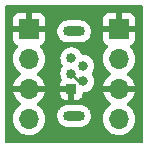
<source format=gbr>
%TF.GenerationSoftware,KiCad,Pcbnew,(6.0.1)*%
%TF.CreationDate,2022-03-20T21:24:39-04:00*%
%TF.ProjectId,jwrr3-usb-5v,6a777272-332d-4757-9362-2d35762e6b69,rev?*%
%TF.SameCoordinates,Original*%
%TF.FileFunction,Copper,L1,Top*%
%TF.FilePolarity,Positive*%
%FSLAX46Y46*%
G04 Gerber Fmt 4.6, Leading zero omitted, Abs format (unit mm)*
G04 Created by KiCad (PCBNEW (6.0.1)) date 2022-03-20 21:24:39*
%MOMM*%
%LPD*%
G01*
G04 APERTURE LIST*
%TA.AperFunction,ComponentPad*%
%ADD10R,0.840000X0.840000*%
%TD*%
%TA.AperFunction,ComponentPad*%
%ADD11C,0.840000*%
%TD*%
%TA.AperFunction,ComponentPad*%
%ADD12O,1.850000X0.850000*%
%TD*%
%TA.AperFunction,ComponentPad*%
%ADD13R,1.700000X1.700000*%
%TD*%
%TA.AperFunction,ComponentPad*%
%ADD14O,1.700000X1.700000*%
%TD*%
%TA.AperFunction,Conductor*%
%ADD15C,0.250000*%
%TD*%
G04 APERTURE END LIST*
D10*
%TO.P,J1,1,VBUS*%
%TO.N,/VCC*%
X120430000Y-71120000D03*
D11*
%TO.P,J1,2,D-*%
%TO.N,Net-(J1-Pad2)*%
X121430000Y-70470000D03*
%TO.P,J1,3,D+*%
X120430000Y-69820000D03*
%TO.P,J1,4,ID*%
%TO.N,unconnected-(J1-Pad4)*%
X121430000Y-69170000D03*
%TO.P,J1,5,GND*%
%TO.N,/GND*%
X120430000Y-68520000D03*
D12*
%TO.P,J1,6,Shield*%
%TO.N,unconnected-(J1-Pad6)*%
X120650000Y-73395000D03*
X120650000Y-66245000D03*
%TD*%
D13*
%TO.P,J2,1,Pin_1*%
%TO.N,/VCC*%
X116840000Y-66040000D03*
D14*
%TO.P,J2,2,Pin_2*%
%TO.N,/GND*%
X116840000Y-68580000D03*
%TO.P,J2,3,Pin_3*%
%TO.N,/VCC*%
X116840000Y-71120000D03*
%TO.P,J2,4,Pin_4*%
%TO.N,/GND*%
X116840000Y-73660000D03*
%TD*%
D13*
%TO.P,J3,1,Pin_1*%
%TO.N,/VCC*%
X124460000Y-66040000D03*
D14*
%TO.P,J3,2,Pin_2*%
%TO.N,/GND*%
X124460000Y-68580000D03*
%TO.P,J3,3,Pin_3*%
%TO.N,/VCC*%
X124460000Y-71120000D03*
%TO.P,J3,4,Pin_4*%
%TO.N,/GND*%
X124460000Y-73660000D03*
%TD*%
D15*
%TO.N,/VCC*%
X115316000Y-66040000D02*
X116840000Y-66040000D01*
X115316000Y-71120000D02*
X115316000Y-66040000D01*
X116840000Y-71120000D02*
X115316000Y-71120000D01*
X125984000Y-71120000D02*
X124460000Y-71120000D01*
X125984000Y-66040000D02*
X125984000Y-71120000D01*
X124460000Y-66040000D02*
X125984000Y-66040000D01*
X116840000Y-71120000D02*
X120430000Y-71120000D01*
X120396000Y-72136000D02*
X120396000Y-71154000D01*
X121920000Y-72136000D02*
X120396000Y-72136000D01*
X122936000Y-71120000D02*
X121920000Y-72136000D01*
X124460000Y-71120000D02*
X122936000Y-71120000D01*
X120396000Y-71154000D02*
X120430000Y-71120000D01*
%TO.N,Net-(J1-Pad2)*%
X121430000Y-70470000D02*
X121080000Y-70470000D01*
X121080000Y-70470000D02*
X120430000Y-69820000D01*
%TD*%
%TA.AperFunction,Conductor*%
%TO.N,/VCC*%
G36*
X126434121Y-64028002D02*
G01*
X126480614Y-64081658D01*
X126492000Y-64134000D01*
X126492000Y-75566000D01*
X126471998Y-75634121D01*
X126418342Y-75680614D01*
X126366000Y-75692000D01*
X114934000Y-75692000D01*
X114865879Y-75671998D01*
X114819386Y-75618342D01*
X114808000Y-75566000D01*
X114808000Y-73626695D01*
X115477251Y-73626695D01*
X115477548Y-73631848D01*
X115477548Y-73631851D01*
X115483011Y-73726590D01*
X115490110Y-73849715D01*
X115491247Y-73854761D01*
X115491248Y-73854767D01*
X115511119Y-73942939D01*
X115539222Y-74067639D01*
X115575783Y-74157678D01*
X115615112Y-74254534D01*
X115623266Y-74274616D01*
X115739987Y-74465088D01*
X115886250Y-74633938D01*
X116058126Y-74776632D01*
X116251000Y-74889338D01*
X116459692Y-74969030D01*
X116464760Y-74970061D01*
X116464763Y-74970062D01*
X116572017Y-74991883D01*
X116678597Y-75013567D01*
X116683772Y-75013757D01*
X116683774Y-75013757D01*
X116896673Y-75021564D01*
X116896677Y-75021564D01*
X116901837Y-75021753D01*
X116906957Y-75021097D01*
X116906959Y-75021097D01*
X117118288Y-74994025D01*
X117118289Y-74994025D01*
X117123416Y-74993368D01*
X117128366Y-74991883D01*
X117332429Y-74930661D01*
X117332434Y-74930659D01*
X117337384Y-74929174D01*
X117537994Y-74830896D01*
X117719860Y-74701173D01*
X117878096Y-74543489D01*
X117937594Y-74460689D01*
X118005435Y-74366277D01*
X118008453Y-74362077D01*
X118107430Y-74161811D01*
X118172370Y-73948069D01*
X118201529Y-73726590D01*
X118201611Y-73723240D01*
X118203074Y-73663365D01*
X118203074Y-73663361D01*
X118203156Y-73660000D01*
X118189436Y-73493115D01*
X119216500Y-73493115D01*
X119257298Y-73685056D01*
X119259983Y-73691086D01*
X119259983Y-73691087D01*
X119274299Y-73723240D01*
X119337112Y-73864321D01*
X119340992Y-73869662D01*
X119340993Y-73869663D01*
X119397959Y-73948069D01*
X119452453Y-74023074D01*
X119457363Y-74027495D01*
X119457364Y-74027496D01*
X119501948Y-74067639D01*
X119598280Y-74154377D01*
X119768220Y-74252492D01*
X119774506Y-74254534D01*
X119774505Y-74254534D01*
X119948566Y-74311090D01*
X119948567Y-74311090D01*
X119954845Y-74313130D01*
X119961408Y-74313820D01*
X119961409Y-74313820D01*
X119984405Y-74316237D01*
X120101078Y-74328500D01*
X121198922Y-74328500D01*
X121315595Y-74316237D01*
X121338591Y-74313820D01*
X121338592Y-74313820D01*
X121345155Y-74313130D01*
X121351433Y-74311090D01*
X121351434Y-74311090D01*
X121525495Y-74254534D01*
X121525494Y-74254534D01*
X121531780Y-74252492D01*
X121701720Y-74154377D01*
X121798053Y-74067639D01*
X121842636Y-74027496D01*
X121842637Y-74027495D01*
X121847547Y-74023074D01*
X121902042Y-73948069D01*
X121959007Y-73869663D01*
X121959008Y-73869662D01*
X121962888Y-73864321D01*
X122025702Y-73723240D01*
X122040017Y-73691087D01*
X122040017Y-73691086D01*
X122042702Y-73685056D01*
X122055107Y-73626695D01*
X123097251Y-73626695D01*
X123097548Y-73631848D01*
X123097548Y-73631851D01*
X123103011Y-73726590D01*
X123110110Y-73849715D01*
X123111247Y-73854761D01*
X123111248Y-73854767D01*
X123131119Y-73942939D01*
X123159222Y-74067639D01*
X123195783Y-74157678D01*
X123235112Y-74254534D01*
X123243266Y-74274616D01*
X123359987Y-74465088D01*
X123506250Y-74633938D01*
X123678126Y-74776632D01*
X123871000Y-74889338D01*
X124079692Y-74969030D01*
X124084760Y-74970061D01*
X124084763Y-74970062D01*
X124192017Y-74991883D01*
X124298597Y-75013567D01*
X124303772Y-75013757D01*
X124303774Y-75013757D01*
X124516673Y-75021564D01*
X124516677Y-75021564D01*
X124521837Y-75021753D01*
X124526957Y-75021097D01*
X124526959Y-75021097D01*
X124738288Y-74994025D01*
X124738289Y-74994025D01*
X124743416Y-74993368D01*
X124748366Y-74991883D01*
X124952429Y-74930661D01*
X124952434Y-74930659D01*
X124957384Y-74929174D01*
X125157994Y-74830896D01*
X125339860Y-74701173D01*
X125498096Y-74543489D01*
X125557594Y-74460689D01*
X125625435Y-74366277D01*
X125628453Y-74362077D01*
X125727430Y-74161811D01*
X125792370Y-73948069D01*
X125821529Y-73726590D01*
X125821611Y-73723240D01*
X125823074Y-73663365D01*
X125823074Y-73663361D01*
X125823156Y-73660000D01*
X125804852Y-73437361D01*
X125750431Y-73220702D01*
X125661354Y-73015840D01*
X125540014Y-72828277D01*
X125389670Y-72663051D01*
X125385619Y-72659852D01*
X125385615Y-72659848D01*
X125218414Y-72527800D01*
X125218410Y-72527798D01*
X125214359Y-72524598D01*
X125172569Y-72501529D01*
X125122598Y-72451097D01*
X125107826Y-72381654D01*
X125132942Y-72315248D01*
X125160294Y-72288641D01*
X125335328Y-72163792D01*
X125343200Y-72157139D01*
X125494052Y-72006812D01*
X125500730Y-71998965D01*
X125625003Y-71826020D01*
X125630313Y-71817183D01*
X125724670Y-71626267D01*
X125728469Y-71616672D01*
X125790377Y-71412910D01*
X125792555Y-71402837D01*
X125793986Y-71391962D01*
X125791775Y-71377778D01*
X125778617Y-71374000D01*
X123143225Y-71374000D01*
X123129694Y-71377973D01*
X123128257Y-71387966D01*
X123158565Y-71522446D01*
X123161645Y-71532275D01*
X123241770Y-71729603D01*
X123246413Y-71738794D01*
X123357694Y-71920388D01*
X123363777Y-71928699D01*
X123503213Y-72089667D01*
X123510580Y-72096883D01*
X123674434Y-72232916D01*
X123682881Y-72238831D01*
X123751969Y-72279203D01*
X123800693Y-72330842D01*
X123813764Y-72400625D01*
X123787033Y-72466396D01*
X123746584Y-72499752D01*
X123733607Y-72506507D01*
X123729474Y-72509610D01*
X123729471Y-72509612D01*
X123561640Y-72635623D01*
X123554965Y-72640635D01*
X123551393Y-72644373D01*
X123429172Y-72772270D01*
X123400629Y-72802138D01*
X123274743Y-72986680D01*
X123180688Y-73189305D01*
X123120989Y-73404570D01*
X123097251Y-73626695D01*
X122055107Y-73626695D01*
X122083500Y-73493115D01*
X122083500Y-73296885D01*
X122042702Y-73104944D01*
X122005145Y-73020590D01*
X121965573Y-72931709D01*
X121965572Y-72931707D01*
X121962888Y-72925679D01*
X121959007Y-72920337D01*
X121851430Y-72772270D01*
X121851428Y-72772268D01*
X121847547Y-72766926D01*
X121842636Y-72762504D01*
X121706628Y-72640042D01*
X121706627Y-72640041D01*
X121701720Y-72635623D01*
X121531780Y-72537508D01*
X121436369Y-72506507D01*
X121351434Y-72478910D01*
X121351433Y-72478910D01*
X121345155Y-72476870D01*
X121338592Y-72476180D01*
X121338591Y-72476180D01*
X121315595Y-72473763D01*
X121198922Y-72461500D01*
X120101078Y-72461500D01*
X119984405Y-72473763D01*
X119961409Y-72476180D01*
X119961408Y-72476180D01*
X119954845Y-72476870D01*
X119948567Y-72478910D01*
X119948566Y-72478910D01*
X119863631Y-72506507D01*
X119768220Y-72537508D01*
X119598280Y-72635623D01*
X119593373Y-72640041D01*
X119593372Y-72640042D01*
X119457364Y-72762504D01*
X119452453Y-72766926D01*
X119448572Y-72772268D01*
X119448570Y-72772270D01*
X119340993Y-72920337D01*
X119337112Y-72925679D01*
X119334428Y-72931707D01*
X119334427Y-72931709D01*
X119294855Y-73020590D01*
X119257298Y-73104944D01*
X119216500Y-73296885D01*
X119216500Y-73493115D01*
X118189436Y-73493115D01*
X118184852Y-73437361D01*
X118130431Y-73220702D01*
X118041354Y-73015840D01*
X117920014Y-72828277D01*
X117769670Y-72663051D01*
X117765619Y-72659852D01*
X117765615Y-72659848D01*
X117598414Y-72527800D01*
X117598410Y-72527798D01*
X117594359Y-72524598D01*
X117552569Y-72501529D01*
X117502598Y-72451097D01*
X117487826Y-72381654D01*
X117512942Y-72315248D01*
X117540294Y-72288641D01*
X117715328Y-72163792D01*
X117723200Y-72157139D01*
X117874052Y-72006812D01*
X117880730Y-71998965D01*
X118005003Y-71826020D01*
X118010313Y-71817183D01*
X118104670Y-71626267D01*
X118108469Y-71616672D01*
X118118192Y-71584669D01*
X119502001Y-71584669D01*
X119502371Y-71591490D01*
X119507895Y-71642352D01*
X119511521Y-71657604D01*
X119556676Y-71778054D01*
X119565214Y-71793649D01*
X119641715Y-71895724D01*
X119654276Y-71908285D01*
X119756351Y-71984786D01*
X119771946Y-71993324D01*
X119892394Y-72038478D01*
X119907649Y-72042105D01*
X119958514Y-72047631D01*
X119965328Y-72048000D01*
X120157885Y-72048000D01*
X120173124Y-72043525D01*
X120174329Y-72042135D01*
X120176000Y-72034452D01*
X120176000Y-71392115D01*
X120171525Y-71376876D01*
X120170135Y-71375671D01*
X120162452Y-71374000D01*
X119520116Y-71374000D01*
X119504877Y-71378475D01*
X119503672Y-71379865D01*
X119502001Y-71387548D01*
X119502001Y-71584669D01*
X118118192Y-71584669D01*
X118170377Y-71412910D01*
X118172555Y-71402837D01*
X118173986Y-71391962D01*
X118171775Y-71377778D01*
X118158617Y-71374000D01*
X115523225Y-71374000D01*
X115509694Y-71377973D01*
X115508257Y-71387966D01*
X115538565Y-71522446D01*
X115541645Y-71532275D01*
X115621770Y-71729603D01*
X115626413Y-71738794D01*
X115737694Y-71920388D01*
X115743777Y-71928699D01*
X115883213Y-72089667D01*
X115890580Y-72096883D01*
X116054434Y-72232916D01*
X116062881Y-72238831D01*
X116131969Y-72279203D01*
X116180693Y-72330842D01*
X116193764Y-72400625D01*
X116167033Y-72466396D01*
X116126584Y-72499752D01*
X116113607Y-72506507D01*
X116109474Y-72509610D01*
X116109471Y-72509612D01*
X115941640Y-72635623D01*
X115934965Y-72640635D01*
X115931393Y-72644373D01*
X115809172Y-72772270D01*
X115780629Y-72802138D01*
X115654743Y-72986680D01*
X115560688Y-73189305D01*
X115500989Y-73404570D01*
X115477251Y-73626695D01*
X114808000Y-73626695D01*
X114808000Y-68546695D01*
X115477251Y-68546695D01*
X115477548Y-68551848D01*
X115477548Y-68551851D01*
X115483011Y-68646590D01*
X115490110Y-68769715D01*
X115491247Y-68774761D01*
X115491248Y-68774767D01*
X115511119Y-68862939D01*
X115539222Y-68987639D01*
X115577461Y-69081811D01*
X115613271Y-69170000D01*
X115623266Y-69194616D01*
X115625965Y-69199020D01*
X115723109Y-69357545D01*
X115739987Y-69385088D01*
X115886250Y-69553938D01*
X116058126Y-69696632D01*
X116124963Y-69735688D01*
X116131955Y-69739774D01*
X116180679Y-69791412D01*
X116193750Y-69861195D01*
X116167019Y-69926967D01*
X116126562Y-69960327D01*
X116118457Y-69964546D01*
X116109738Y-69970036D01*
X115939433Y-70097905D01*
X115931726Y-70104748D01*
X115784590Y-70258717D01*
X115778104Y-70266727D01*
X115658098Y-70442649D01*
X115653000Y-70451623D01*
X115563338Y-70644783D01*
X115559775Y-70654470D01*
X115504389Y-70854183D01*
X115505912Y-70862607D01*
X115518292Y-70866000D01*
X118158344Y-70866000D01*
X118171875Y-70862027D01*
X118173180Y-70852947D01*
X118131214Y-70685875D01*
X118127894Y-70676124D01*
X118042972Y-70480814D01*
X118038105Y-70471739D01*
X117922426Y-70292926D01*
X117916136Y-70284757D01*
X117772806Y-70127240D01*
X117765273Y-70120215D01*
X117598139Y-69988222D01*
X117589556Y-69982520D01*
X117552602Y-69962120D01*
X117502631Y-69911687D01*
X117487859Y-69842245D01*
X117496272Y-69820000D01*
X119496386Y-69820000D01*
X119497076Y-69826565D01*
X119506511Y-69916327D01*
X119516788Y-70014109D01*
X119577101Y-70199735D01*
X119580404Y-70205457D01*
X119580405Y-70205458D01*
X119610775Y-70258060D01*
X119627513Y-70327055D01*
X119602482Y-70396625D01*
X119565214Y-70446352D01*
X119556676Y-70461946D01*
X119511522Y-70582394D01*
X119507895Y-70597649D01*
X119502369Y-70648514D01*
X119502000Y-70655328D01*
X119502000Y-70847885D01*
X119506475Y-70863124D01*
X119507865Y-70864329D01*
X119515548Y-70866000D01*
X120513745Y-70866000D01*
X120581866Y-70886002D01*
X120622864Y-70929000D01*
X120667119Y-71005652D01*
X120684000Y-71068652D01*
X120684000Y-72029884D01*
X120688475Y-72045123D01*
X120689865Y-72046328D01*
X120697548Y-72047999D01*
X120894669Y-72047999D01*
X120901490Y-72047629D01*
X120952352Y-72042105D01*
X120967604Y-72038479D01*
X121088054Y-71993324D01*
X121103649Y-71984786D01*
X121205724Y-71908285D01*
X121218285Y-71895724D01*
X121294786Y-71793649D01*
X121303324Y-71778054D01*
X121348478Y-71657606D01*
X121352105Y-71642351D01*
X121357631Y-71591486D01*
X121358000Y-71584672D01*
X121358000Y-71524500D01*
X121378002Y-71456379D01*
X121431658Y-71409886D01*
X121484000Y-71398500D01*
X121527589Y-71398500D01*
X121534042Y-71397128D01*
X121534046Y-71397128D01*
X121634991Y-71375671D01*
X121718503Y-71357920D01*
X121724534Y-71355235D01*
X121890777Y-71281218D01*
X121890779Y-71281217D01*
X121896807Y-71278533D01*
X122054710Y-71163810D01*
X122185310Y-71018765D01*
X122272066Y-70868498D01*
X122279595Y-70855458D01*
X122279596Y-70855457D01*
X122282899Y-70849735D01*
X122343212Y-70664109D01*
X122363614Y-70470000D01*
X122348590Y-70327055D01*
X122343902Y-70282455D01*
X122343902Y-70282454D01*
X122343212Y-70275891D01*
X122340235Y-70266727D01*
X122284941Y-70096550D01*
X122282899Y-70090265D01*
X122210316Y-69964546D01*
X122188613Y-69926956D01*
X122185310Y-69921235D01*
X122178227Y-69913368D01*
X122170072Y-69904312D01*
X122139354Y-69840305D01*
X122148117Y-69769851D01*
X122170072Y-69735688D01*
X122180891Y-69723673D01*
X122180892Y-69723672D01*
X122185310Y-69718765D01*
X122239924Y-69624171D01*
X122279595Y-69555458D01*
X122279596Y-69555457D01*
X122282899Y-69549735D01*
X122343212Y-69364109D01*
X122353490Y-69266327D01*
X122362924Y-69176565D01*
X122363614Y-69170000D01*
X122353824Y-69076857D01*
X122343902Y-68982455D01*
X122343902Y-68982454D01*
X122343212Y-68975891D01*
X122282899Y-68790265D01*
X122185310Y-68621235D01*
X122180891Y-68616327D01*
X122118194Y-68546695D01*
X123097251Y-68546695D01*
X123097548Y-68551848D01*
X123097548Y-68551851D01*
X123103011Y-68646590D01*
X123110110Y-68769715D01*
X123111247Y-68774761D01*
X123111248Y-68774767D01*
X123131119Y-68862939D01*
X123159222Y-68987639D01*
X123197461Y-69081811D01*
X123233271Y-69170000D01*
X123243266Y-69194616D01*
X123245965Y-69199020D01*
X123343109Y-69357545D01*
X123359987Y-69385088D01*
X123506250Y-69553938D01*
X123678126Y-69696632D01*
X123744963Y-69735688D01*
X123751955Y-69739774D01*
X123800679Y-69791412D01*
X123813750Y-69861195D01*
X123787019Y-69926967D01*
X123746562Y-69960327D01*
X123738457Y-69964546D01*
X123729738Y-69970036D01*
X123559433Y-70097905D01*
X123551726Y-70104748D01*
X123404590Y-70258717D01*
X123398104Y-70266727D01*
X123278098Y-70442649D01*
X123273000Y-70451623D01*
X123183338Y-70644783D01*
X123179775Y-70654470D01*
X123124389Y-70854183D01*
X123125912Y-70862607D01*
X123138292Y-70866000D01*
X125778344Y-70866000D01*
X125791875Y-70862027D01*
X125793180Y-70852947D01*
X125751214Y-70685875D01*
X125747894Y-70676124D01*
X125662972Y-70480814D01*
X125658105Y-70471739D01*
X125542426Y-70292926D01*
X125536136Y-70284757D01*
X125392806Y-70127240D01*
X125385273Y-70120215D01*
X125218139Y-69988222D01*
X125209556Y-69982520D01*
X125172602Y-69962120D01*
X125122631Y-69911687D01*
X125107859Y-69842245D01*
X125132975Y-69775839D01*
X125160327Y-69749232D01*
X125211061Y-69713044D01*
X125339860Y-69621173D01*
X125498096Y-69463489D01*
X125518897Y-69434542D01*
X125625435Y-69286277D01*
X125628453Y-69282077D01*
X125633812Y-69271235D01*
X125725136Y-69086453D01*
X125725137Y-69086451D01*
X125727430Y-69081811D01*
X125792370Y-68868069D01*
X125821529Y-68646590D01*
X125822149Y-68621235D01*
X125823074Y-68583365D01*
X125823074Y-68583361D01*
X125823156Y-68580000D01*
X125804852Y-68357361D01*
X125750431Y-68140702D01*
X125661354Y-67935840D01*
X125540014Y-67748277D01*
X125536540Y-67744459D01*
X125536533Y-67744450D01*
X125392435Y-67586088D01*
X125361383Y-67522242D01*
X125369779Y-67451744D01*
X125414956Y-67396976D01*
X125441400Y-67383307D01*
X125548052Y-67343325D01*
X125563649Y-67334786D01*
X125665724Y-67258285D01*
X125678285Y-67245724D01*
X125754786Y-67143649D01*
X125763324Y-67128054D01*
X125808478Y-67007606D01*
X125812105Y-66992351D01*
X125817631Y-66941486D01*
X125818000Y-66934672D01*
X125818000Y-66312115D01*
X125813525Y-66296876D01*
X125812135Y-66295671D01*
X125804452Y-66294000D01*
X123120116Y-66294000D01*
X123104877Y-66298475D01*
X123103672Y-66299865D01*
X123102001Y-66307548D01*
X123102001Y-66934669D01*
X123102371Y-66941490D01*
X123107895Y-66992352D01*
X123111521Y-67007604D01*
X123156676Y-67128054D01*
X123165214Y-67143649D01*
X123241715Y-67245724D01*
X123254276Y-67258285D01*
X123356351Y-67334786D01*
X123371946Y-67343324D01*
X123480827Y-67384142D01*
X123537591Y-67426784D01*
X123562291Y-67493345D01*
X123547083Y-67562694D01*
X123527691Y-67589175D01*
X123413392Y-67708782D01*
X123400629Y-67722138D01*
X123274743Y-67906680D01*
X123180688Y-68109305D01*
X123120989Y-68324570D01*
X123097251Y-68546695D01*
X122118194Y-68546695D01*
X122059125Y-68481093D01*
X122059123Y-68481092D01*
X122054710Y-68476190D01*
X121896807Y-68361467D01*
X121890779Y-68358783D01*
X121890777Y-68358782D01*
X121724534Y-68284765D01*
X121724532Y-68284764D01*
X121718503Y-68282080D01*
X121623046Y-68261790D01*
X121534046Y-68242872D01*
X121534042Y-68242872D01*
X121527589Y-68241500D01*
X121407336Y-68241500D01*
X121339215Y-68221498D01*
X121292722Y-68167842D01*
X121287502Y-68154433D01*
X121284940Y-68146548D01*
X121282899Y-68140265D01*
X121267907Y-68114297D01*
X121188613Y-67976956D01*
X121185310Y-67971235D01*
X121149525Y-67931492D01*
X121059125Y-67831093D01*
X121059123Y-67831092D01*
X121054710Y-67826190D01*
X120917376Y-67726411D01*
X120902149Y-67715348D01*
X120902148Y-67715347D01*
X120896807Y-67711467D01*
X120890779Y-67708783D01*
X120890777Y-67708782D01*
X120724534Y-67634765D01*
X120724532Y-67634764D01*
X120718503Y-67632080D01*
X120623046Y-67611790D01*
X120534046Y-67592872D01*
X120534042Y-67592872D01*
X120527589Y-67591500D01*
X120332411Y-67591500D01*
X120325958Y-67592872D01*
X120325954Y-67592872D01*
X120236954Y-67611790D01*
X120141497Y-67632080D01*
X120135468Y-67634764D01*
X120135466Y-67634765D01*
X119969223Y-67708782D01*
X119969221Y-67708783D01*
X119963193Y-67711467D01*
X119957852Y-67715347D01*
X119957851Y-67715348D01*
X119942624Y-67726411D01*
X119805290Y-67826190D01*
X119800877Y-67831092D01*
X119800875Y-67831093D01*
X119710475Y-67931492D01*
X119674690Y-67971235D01*
X119671387Y-67976956D01*
X119592094Y-68114297D01*
X119577101Y-68140265D01*
X119575060Y-68146548D01*
X119575059Y-68146550D01*
X119530151Y-68284765D01*
X119516788Y-68325891D01*
X119496386Y-68520000D01*
X119497076Y-68526565D01*
X119506511Y-68616327D01*
X119516788Y-68714109D01*
X119577101Y-68899735D01*
X119580404Y-68905457D01*
X119580405Y-68905458D01*
X119627852Y-68987639D01*
X119674690Y-69068765D01*
X119679108Y-69073672D01*
X119679109Y-69073673D01*
X119689928Y-69085688D01*
X119720646Y-69149695D01*
X119711883Y-69220149D01*
X119689929Y-69254311D01*
X119674690Y-69271235D01*
X119577101Y-69440265D01*
X119516788Y-69625891D01*
X119516098Y-69632454D01*
X119516098Y-69632455D01*
X119505248Y-69735688D01*
X119496386Y-69820000D01*
X117496272Y-69820000D01*
X117512975Y-69775839D01*
X117540327Y-69749232D01*
X117591061Y-69713044D01*
X117719860Y-69621173D01*
X117878096Y-69463489D01*
X117898897Y-69434542D01*
X118005435Y-69286277D01*
X118008453Y-69282077D01*
X118013812Y-69271235D01*
X118105136Y-69086453D01*
X118105137Y-69086451D01*
X118107430Y-69081811D01*
X118172370Y-68868069D01*
X118201529Y-68646590D01*
X118202149Y-68621235D01*
X118203074Y-68583365D01*
X118203074Y-68583361D01*
X118203156Y-68580000D01*
X118184852Y-68357361D01*
X118130431Y-68140702D01*
X118041354Y-67935840D01*
X117920014Y-67748277D01*
X117916540Y-67744459D01*
X117916533Y-67744450D01*
X117772435Y-67586088D01*
X117741383Y-67522242D01*
X117749779Y-67451744D01*
X117794956Y-67396976D01*
X117821400Y-67383307D01*
X117928052Y-67343325D01*
X117943649Y-67334786D01*
X118045724Y-67258285D01*
X118058285Y-67245724D01*
X118134786Y-67143649D01*
X118143324Y-67128054D01*
X118188478Y-67007606D01*
X118192105Y-66992351D01*
X118197631Y-66941486D01*
X118198000Y-66934672D01*
X118198000Y-66343115D01*
X119216500Y-66343115D01*
X119257298Y-66535056D01*
X119337112Y-66714321D01*
X119452453Y-66873074D01*
X119457363Y-66877495D01*
X119457364Y-66877496D01*
X119520865Y-66934672D01*
X119598280Y-67004377D01*
X119768220Y-67102492D01*
X119774506Y-67104534D01*
X119774505Y-67104534D01*
X119948566Y-67161090D01*
X119948567Y-67161090D01*
X119954845Y-67163130D01*
X119961408Y-67163820D01*
X119961409Y-67163820D01*
X119984405Y-67166237D01*
X120101078Y-67178500D01*
X121198922Y-67178500D01*
X121315595Y-67166237D01*
X121338591Y-67163820D01*
X121338592Y-67163820D01*
X121345155Y-67163130D01*
X121351433Y-67161090D01*
X121351434Y-67161090D01*
X121525495Y-67104534D01*
X121525494Y-67104534D01*
X121531780Y-67102492D01*
X121701720Y-67004377D01*
X121779136Y-66934672D01*
X121842636Y-66877496D01*
X121842637Y-66877495D01*
X121847547Y-66873074D01*
X121962888Y-66714321D01*
X122042702Y-66535056D01*
X122083500Y-66343115D01*
X122083500Y-66146885D01*
X122042702Y-65954944D01*
X121962888Y-65775679D01*
X121959007Y-65770337D01*
X121957226Y-65767885D01*
X123102000Y-65767885D01*
X123106475Y-65783124D01*
X123107865Y-65784329D01*
X123115548Y-65786000D01*
X124187885Y-65786000D01*
X124203124Y-65781525D01*
X124204329Y-65780135D01*
X124206000Y-65772452D01*
X124206000Y-65767885D01*
X124714000Y-65767885D01*
X124718475Y-65783124D01*
X124719865Y-65784329D01*
X124727548Y-65786000D01*
X125799884Y-65786000D01*
X125815123Y-65781525D01*
X125816328Y-65780135D01*
X125817999Y-65772452D01*
X125817999Y-65145331D01*
X125817629Y-65138510D01*
X125812105Y-65087648D01*
X125808479Y-65072396D01*
X125763324Y-64951946D01*
X125754786Y-64936351D01*
X125678285Y-64834276D01*
X125665724Y-64821715D01*
X125563649Y-64745214D01*
X125548054Y-64736676D01*
X125427606Y-64691522D01*
X125412351Y-64687895D01*
X125361486Y-64682369D01*
X125354672Y-64682000D01*
X124732115Y-64682000D01*
X124716876Y-64686475D01*
X124715671Y-64687865D01*
X124714000Y-64695548D01*
X124714000Y-65767885D01*
X124206000Y-65767885D01*
X124206000Y-64700116D01*
X124201525Y-64684877D01*
X124200135Y-64683672D01*
X124192452Y-64682001D01*
X123565331Y-64682001D01*
X123558510Y-64682371D01*
X123507648Y-64687895D01*
X123492396Y-64691521D01*
X123371946Y-64736676D01*
X123356351Y-64745214D01*
X123254276Y-64821715D01*
X123241715Y-64834276D01*
X123165214Y-64936351D01*
X123156676Y-64951946D01*
X123111522Y-65072394D01*
X123107895Y-65087649D01*
X123102369Y-65138514D01*
X123102000Y-65145328D01*
X123102000Y-65767885D01*
X121957226Y-65767885D01*
X121851430Y-65622270D01*
X121851428Y-65622268D01*
X121847547Y-65616926D01*
X121701720Y-65485623D01*
X121531780Y-65387508D01*
X121454059Y-65362255D01*
X121351434Y-65328910D01*
X121351433Y-65328910D01*
X121345155Y-65326870D01*
X121338592Y-65326180D01*
X121338591Y-65326180D01*
X121315595Y-65323763D01*
X121198922Y-65311500D01*
X120101078Y-65311500D01*
X119984405Y-65323763D01*
X119961409Y-65326180D01*
X119961408Y-65326180D01*
X119954845Y-65326870D01*
X119948567Y-65328910D01*
X119948566Y-65328910D01*
X119845941Y-65362255D01*
X119768220Y-65387508D01*
X119598280Y-65485623D01*
X119452453Y-65616926D01*
X119448572Y-65622268D01*
X119448570Y-65622270D01*
X119340993Y-65770337D01*
X119337112Y-65775679D01*
X119257298Y-65954944D01*
X119216500Y-66146885D01*
X119216500Y-66343115D01*
X118198000Y-66343115D01*
X118198000Y-66312115D01*
X118193525Y-66296876D01*
X118192135Y-66295671D01*
X118184452Y-66294000D01*
X115500116Y-66294000D01*
X115484877Y-66298475D01*
X115483672Y-66299865D01*
X115482001Y-66307548D01*
X115482001Y-66934669D01*
X115482371Y-66941490D01*
X115487895Y-66992352D01*
X115491521Y-67007604D01*
X115536676Y-67128054D01*
X115545214Y-67143649D01*
X115621715Y-67245724D01*
X115634276Y-67258285D01*
X115736351Y-67334786D01*
X115751946Y-67343324D01*
X115860827Y-67384142D01*
X115917591Y-67426784D01*
X115942291Y-67493345D01*
X115927083Y-67562694D01*
X115907691Y-67589175D01*
X115793392Y-67708782D01*
X115780629Y-67722138D01*
X115654743Y-67906680D01*
X115560688Y-68109305D01*
X115500989Y-68324570D01*
X115477251Y-68546695D01*
X114808000Y-68546695D01*
X114808000Y-65767885D01*
X115482000Y-65767885D01*
X115486475Y-65783124D01*
X115487865Y-65784329D01*
X115495548Y-65786000D01*
X116567885Y-65786000D01*
X116583124Y-65781525D01*
X116584329Y-65780135D01*
X116586000Y-65772452D01*
X116586000Y-65767885D01*
X117094000Y-65767885D01*
X117098475Y-65783124D01*
X117099865Y-65784329D01*
X117107548Y-65786000D01*
X118179884Y-65786000D01*
X118195123Y-65781525D01*
X118196328Y-65780135D01*
X118197999Y-65772452D01*
X118197999Y-65145331D01*
X118197629Y-65138510D01*
X118192105Y-65087648D01*
X118188479Y-65072396D01*
X118143324Y-64951946D01*
X118134786Y-64936351D01*
X118058285Y-64834276D01*
X118045724Y-64821715D01*
X117943649Y-64745214D01*
X117928054Y-64736676D01*
X117807606Y-64691522D01*
X117792351Y-64687895D01*
X117741486Y-64682369D01*
X117734672Y-64682000D01*
X117112115Y-64682000D01*
X117096876Y-64686475D01*
X117095671Y-64687865D01*
X117094000Y-64695548D01*
X117094000Y-65767885D01*
X116586000Y-65767885D01*
X116586000Y-64700116D01*
X116581525Y-64684877D01*
X116580135Y-64683672D01*
X116572452Y-64682001D01*
X115945331Y-64682001D01*
X115938510Y-64682371D01*
X115887648Y-64687895D01*
X115872396Y-64691521D01*
X115751946Y-64736676D01*
X115736351Y-64745214D01*
X115634276Y-64821715D01*
X115621715Y-64834276D01*
X115545214Y-64936351D01*
X115536676Y-64951946D01*
X115491522Y-65072394D01*
X115487895Y-65087649D01*
X115482369Y-65138514D01*
X115482000Y-65145328D01*
X115482000Y-65767885D01*
X114808000Y-65767885D01*
X114808000Y-64134000D01*
X114828002Y-64065879D01*
X114881658Y-64019386D01*
X114934000Y-64008000D01*
X126366000Y-64008000D01*
X126434121Y-64028002D01*
G37*
%TD.AperFunction*%
%TD*%
M02*

</source>
